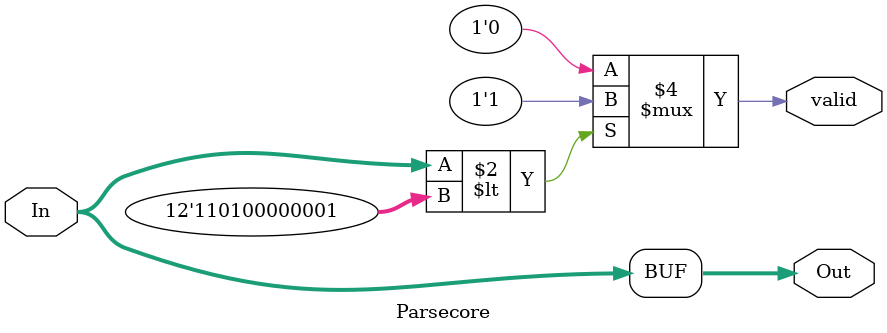
<source format=v>
`timescale 1ns / 1ps

module Parsecore(
    input [11:0] In,
    output reg [11:0] Out,
    output reg valid

    );
    always @(*)    
    begin         
        Out[11:0]  = In[11:0]; 
        valid= 1'b0;        
        if (Out[11:0] <12'hd01)
            valid =1'b1;                    
        
    end
endmodule

</source>
